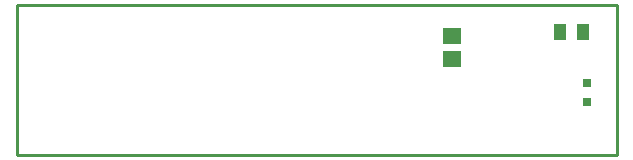
<source format=gtp>
G04*
G04 #@! TF.GenerationSoftware,Altium Limited,Altium Designer,18.1.9 (240)*
G04*
G04 Layer_Color=8421504*
%FSLAX24Y24*%
%MOIN*%
G70*
G01*
G75*
%ADD10C,0.0100*%
%ADD14R,0.0315X0.0315*%
%ADD15R,0.0413X0.0551*%
%ADD16R,0.0610X0.0531*%
D10*
X0Y0D02*
X20000D01*
Y5000D01*
X0D02*
X20000D01*
X0Y1700D02*
Y5000D01*
Y0D02*
Y1700D01*
D14*
X19000Y2400D02*
D03*
Y1750D02*
D03*
D15*
X18126Y4075D02*
D03*
X18874D02*
D03*
D16*
X14500Y3182D02*
D03*
Y3969D02*
D03*
M02*

</source>
